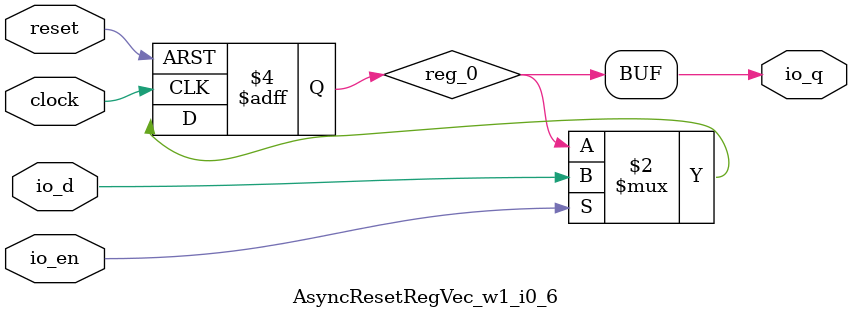
<source format=sv>

`ifndef PRINTF_COND_
  `ifdef PRINTF_COND
    `define PRINTF_COND_ (`PRINTF_COND)
  `else  // PRINTF_COND
    `define PRINTF_COND_ 1
  `endif // PRINTF_COND
`endif // not def PRINTF_COND_

// Users can define 'ASSERT_VERBOSE_COND' to add an extra gate to assert error printing.
`ifndef ASSERT_VERBOSE_COND_
  `ifdef ASSERT_VERBOSE_COND
    `define ASSERT_VERBOSE_COND_ (`ASSERT_VERBOSE_COND)
  `else  // ASSERT_VERBOSE_COND
    `define ASSERT_VERBOSE_COND_ 1
  `endif // ASSERT_VERBOSE_COND
`endif // not def ASSERT_VERBOSE_COND_

// Users can define 'STOP_COND' to add an extra gate to stop conditions.
`ifndef STOP_COND_
  `ifdef STOP_COND
    `define STOP_COND_ (`STOP_COND)
  `else  // STOP_COND
    `define STOP_COND_ 1
  `endif // STOP_COND
`endif // not def STOP_COND_

module AsyncResetRegVec_w1_i0_6(
  input  clock,
         reset,
         io_d,
  output io_q,
  input  io_en
);

  reg reg_0;
  always @(posedge clock or posedge reset) begin
    if (reset)
      reg_0 <= 1'h0;
    else if (io_en)
      reg_0 <= io_d;
  end // always @(posedge, posedge)
  `ifdef ENABLE_INITIAL_REG_
    `ifdef FIRRTL_BEFORE_INITIAL
      `FIRRTL_BEFORE_INITIAL
    `endif // FIRRTL_BEFORE_INITIAL
    initial begin
      if (reset)
        reg_0 = 1'h0;
    end // initial
    `ifdef FIRRTL_AFTER_INITIAL
      `FIRRTL_AFTER_INITIAL
    `endif // FIRRTL_AFTER_INITIAL
  `endif // ENABLE_INITIAL_REG_
  assign io_q = reg_0;
endmodule


</source>
